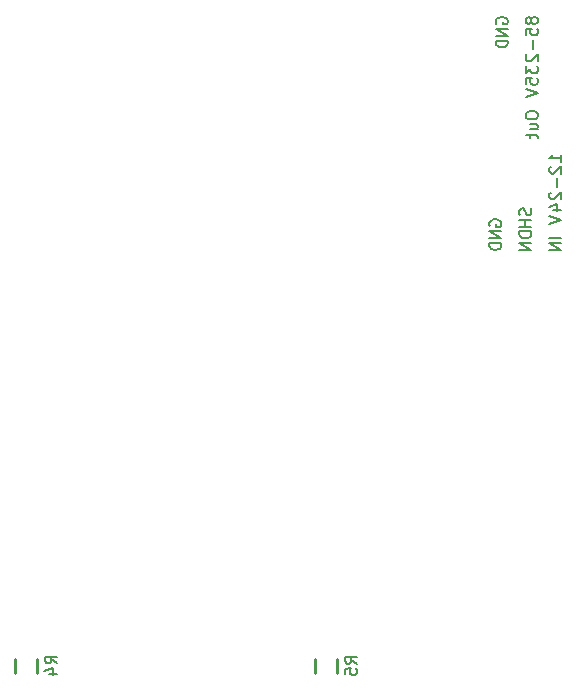
<source format=gbr>
G04 --- HEADER BEGIN --- *
%TF.GenerationSoftware,LibrePCB,LibrePCB,0.1.4-unstable*%
%TF.CreationDate,2020-02-26T00:12:38*%
%TF.ProjectId,Nixie Counter - default,cfaec193-39cb-4766-881d-db9368be8cff,v1.1*%
%TF.Part,Single*%
%FSLAX66Y66*%
%MOMM*%
G01*
G74*
G04 --- HEADER END --- *
G04 --- APERTURE LIST BEGIN --- *
%ADD10C,0.25*%
%ADD11C,0.2*%
%ADD12R,1.85X1.45*%
%ADD13C,3.2*%
%ADD14O,1.47X2.74*%
%ADD15R,1.47X2.74*%
%ADD16O,1.787X2.39*%
%ADD17R,1.787X2.39*%
%ADD18C,2.1*%
%ADD19O,4.2X3.2*%
%ADD20O,1.7X2.74*%
%ADD21C,5.0*%
G04 --- APERTURE LIST END --- *
G04 --- BOARD BEGIN --- *
D10*
X51090000Y8900000D02*
X51090000Y10150000D01*
X49240000Y8900000D02*
X49240000Y10150000D01*
D11*
X64038770Y46758192D02*
X63990992Y46852636D01*
X63990992Y46995970D01*
X64038770Y47139303D01*
X64134325Y47233747D01*
X64228770Y47281525D01*
X64419881Y47329303D01*
X64562103Y47329303D01*
X64753214Y47281525D01*
X64847659Y47233747D01*
X64943214Y47139303D01*
X64990992Y46995970D01*
X64990992Y46900414D01*
X64943214Y46758192D01*
X64895436Y46710414D01*
X64562103Y46710414D01*
X64562103Y46900414D01*
X64990992Y46310414D02*
X63990992Y46310414D01*
X64990992Y45739303D01*
X63990992Y45739303D01*
X64990992Y45339303D02*
X63990992Y45339303D01*
X63990992Y45101525D01*
X64038770Y44958192D01*
X64134325Y44862636D01*
X64228770Y44815970D01*
X64419881Y44768192D01*
X64562103Y44768192D01*
X64753214Y44815970D01*
X64847659Y44862636D01*
X64943214Y44958192D01*
X64990992Y45101525D01*
X64990992Y45339303D01*
X67483214Y48252636D02*
X67530992Y48109303D01*
X67530992Y47871525D01*
X67483214Y47775969D01*
X67435436Y47729303D01*
X67340992Y47681525D01*
X67245436Y47681525D01*
X67149881Y47729303D01*
X67102103Y47775969D01*
X67054325Y47871525D01*
X67007659Y48062636D01*
X66959881Y48157080D01*
X66912103Y48204858D01*
X66816548Y48252636D01*
X66720992Y48252636D01*
X66626548Y48204858D01*
X66578770Y48157080D01*
X66530992Y48062636D01*
X66530992Y47823747D01*
X66578770Y47681525D01*
X67530992Y47281525D02*
X66530992Y47281525D01*
X67007659Y47281525D02*
X67007659Y46710414D01*
X67530992Y46710414D02*
X66530992Y46710414D01*
X67530992Y46310414D02*
X66530992Y46310414D01*
X66530992Y46072636D01*
X66578770Y45929303D01*
X66674325Y45833747D01*
X66768770Y45787081D01*
X66959881Y45739303D01*
X67102103Y45739303D01*
X67293214Y45787081D01*
X67387659Y45833747D01*
X67483214Y45929303D01*
X67530992Y46072636D01*
X67530992Y46310414D01*
X67530992Y45339303D02*
X66530992Y45339303D01*
X67530992Y44768192D01*
X66530992Y44768192D01*
X70070992Y52224858D02*
X70070992Y52795969D01*
X70070992Y52510413D02*
X69070992Y52510413D01*
X69214325Y52605969D01*
X69308770Y52700413D01*
X69356548Y52795969D01*
X69166548Y51777080D02*
X69118770Y51729302D01*
X69070992Y51634858D01*
X69070992Y51395969D01*
X69118770Y51301525D01*
X69166548Y51253747D01*
X69260992Y51205969D01*
X69356548Y51205969D01*
X69499881Y51253747D01*
X70070992Y51824858D01*
X70070992Y51205969D01*
X69689881Y50805969D02*
X69689881Y50043747D01*
X69166548Y49595969D02*
X69118770Y49548191D01*
X69070992Y49453747D01*
X69070992Y49214858D01*
X69118770Y49120414D01*
X69166548Y49072636D01*
X69260992Y49024858D01*
X69356548Y49024858D01*
X69499881Y49072636D01*
X70070992Y49643747D01*
X70070992Y49024858D01*
X69404325Y48148191D02*
X70070992Y48148191D01*
X69023214Y48387080D02*
X69737659Y48624858D01*
X69737659Y48005969D01*
X69070992Y47605969D02*
X70070992Y47272636D01*
X69070992Y46939302D01*
X70070992Y45739303D02*
X69070992Y45739303D01*
X70070992Y45339303D02*
X69070992Y45339303D01*
X70070992Y44768192D01*
X69070992Y44768192D01*
X64588770Y63882081D02*
X64540992Y63976525D01*
X64540992Y64119859D01*
X64588770Y64263192D01*
X64684325Y64357636D01*
X64778770Y64405414D01*
X64969881Y64453192D01*
X65112103Y64453192D01*
X65303214Y64405414D01*
X65397659Y64357636D01*
X65493214Y64263192D01*
X65540992Y64119859D01*
X65540992Y64024303D01*
X65493214Y63882081D01*
X65445436Y63834303D01*
X65112103Y63834303D01*
X65112103Y64024303D01*
X65540992Y63434303D02*
X64540992Y63434303D01*
X65540992Y62863192D01*
X64540992Y62863192D01*
X65540992Y62463192D02*
X64540992Y62463192D01*
X64540992Y62225414D01*
X64588770Y62082081D01*
X64684325Y61986525D01*
X64778770Y61939859D01*
X64969881Y61892081D01*
X65112103Y61892081D01*
X65303214Y61939859D01*
X65397659Y61986525D01*
X65493214Y62082081D01*
X65540992Y62225414D01*
X65540992Y62463192D01*
X67509881Y64263192D02*
X67462103Y64357636D01*
X67414325Y64405414D01*
X67318770Y64453192D01*
X67270992Y64453192D01*
X67176548Y64405414D01*
X67128770Y64357636D01*
X67080992Y64263192D01*
X67080992Y64072081D01*
X67128770Y63976525D01*
X67176548Y63929859D01*
X67270992Y63882081D01*
X67318770Y63882081D01*
X67414325Y63929859D01*
X67462103Y63976525D01*
X67509881Y64072081D01*
X67509881Y64263192D01*
X67557659Y64357636D01*
X67604325Y64405414D01*
X67699881Y64453192D01*
X67890992Y64453192D01*
X67985436Y64405414D01*
X68033214Y64357636D01*
X68080992Y64263192D01*
X68080992Y64072081D01*
X68033214Y63976525D01*
X67985436Y63929859D01*
X67890992Y63882081D01*
X67699881Y63882081D01*
X67604325Y63929859D01*
X67557659Y63976525D01*
X67509881Y64072081D01*
X67080992Y62958748D02*
X67080992Y63434303D01*
X67557659Y63482081D01*
X67509881Y63434303D01*
X67462103Y63338748D01*
X67462103Y63100970D01*
X67509881Y63005414D01*
X67557659Y62958748D01*
X67652103Y62910970D01*
X67890992Y62910970D01*
X67985436Y62958748D01*
X68033214Y63005414D01*
X68080992Y63100970D01*
X68080992Y63338748D01*
X68033214Y63434303D01*
X67985436Y63482081D01*
X67699881Y62510970D02*
X67699881Y61748748D01*
X67176548Y61300970D02*
X67128770Y61253192D01*
X67080992Y61158748D01*
X67080992Y60919859D01*
X67128770Y60825415D01*
X67176548Y60777637D01*
X67270992Y60729859D01*
X67366548Y60729859D01*
X67509881Y60777637D01*
X68080992Y61348748D01*
X68080992Y60729859D01*
X67080992Y60329859D02*
X67080992Y59710970D01*
X67462103Y60044303D01*
X67462103Y59900970D01*
X67509881Y59806526D01*
X67557659Y59758748D01*
X67652103Y59710970D01*
X67890992Y59710970D01*
X67985436Y59758748D01*
X68033214Y59806526D01*
X68080992Y59900970D01*
X68080992Y60186526D01*
X68033214Y60282081D01*
X67985436Y60329859D01*
X67080992Y58787637D02*
X67080992Y59263192D01*
X67557659Y59310970D01*
X67509881Y59263192D01*
X67462103Y59167637D01*
X67462103Y58929859D01*
X67509881Y58834303D01*
X67557659Y58787637D01*
X67652103Y58739859D01*
X67890992Y58739859D01*
X67985436Y58787637D01*
X68033214Y58834303D01*
X68080992Y58929859D01*
X68080992Y59167637D01*
X68033214Y59263192D01*
X67985436Y59310970D01*
X67080992Y58339859D02*
X68080992Y58006526D01*
X67080992Y57673192D01*
X67080992Y56235415D02*
X67080992Y56044304D01*
X67128770Y55949860D01*
X67224325Y55854304D01*
X67414325Y55806526D01*
X67747659Y55806526D01*
X67937659Y55854304D01*
X68033214Y55949860D01*
X68080992Y56044304D01*
X68080992Y56235415D01*
X68033214Y56329860D01*
X67937659Y56425415D01*
X67747659Y56473193D01*
X67414325Y56473193D01*
X67224325Y56425415D01*
X67128770Y56329860D01*
X67080992Y56235415D01*
X67414325Y54977637D02*
X68080992Y54977637D01*
X67414325Y55406526D02*
X67937659Y55406526D01*
X68033214Y55358748D01*
X68080992Y55263193D01*
X68080992Y55120970D01*
X68033214Y55025415D01*
X67985436Y54977637D01*
X67414325Y54577637D02*
X67414325Y54196526D01*
X67080992Y54434304D02*
X67937659Y54434304D01*
X68033214Y54387637D01*
X68080992Y54292081D01*
X68080992Y54196526D01*
D10*
X25690000Y8900000D02*
X25690000Y10150000D01*
X23840000Y8900000D02*
X23840000Y10150000D01*
D11*
X52765000Y9725000D02*
X52288333Y10058333D01*
X52765000Y10296111D02*
X51765000Y10296111D01*
X51765000Y9915000D01*
X51812778Y9819444D01*
X51860556Y9772778D01*
X51955000Y9725000D01*
X52098333Y9725000D01*
X52193889Y9772778D01*
X52241667Y9819444D01*
X52288333Y9915000D01*
X52288333Y10296111D01*
X51765000Y8801667D02*
X51765000Y9277222D01*
X52241667Y9325000D01*
X52193889Y9277222D01*
X52146111Y9181667D01*
X52146111Y8943889D01*
X52193889Y8848333D01*
X52241667Y8801667D01*
X52336111Y8753889D01*
X52575000Y8753889D01*
X52669444Y8801667D01*
X52717222Y8848333D01*
X52765000Y8943889D01*
X52765000Y9181667D01*
X52717222Y9277222D01*
X52669444Y9325000D01*
X27365000Y9748889D02*
X26888333Y10082222D01*
X27365000Y10320000D02*
X26365000Y10320000D01*
X26365000Y9938889D01*
X26412778Y9843333D01*
X26460556Y9796667D01*
X26555000Y9748889D01*
X26698333Y9748889D01*
X26793889Y9796667D01*
X26841667Y9843333D01*
X26888333Y9938889D01*
X26888333Y10320000D01*
X26698333Y8872222D02*
X27365000Y8872222D01*
X26317222Y9111111D02*
X27031667Y9348889D01*
X27031667Y8730000D01*
%LPC*%
D12*
X50165000Y11050000D03*
X50165000Y8000000D03*
D13*
X19240000Y28320000D03*
X20990000Y20320000D03*
X19240000Y12320000D03*
X15240000Y29320000D03*
X20990000Y24820000D03*
X11240000Y28320000D03*
X9490000Y15820000D03*
X9490000Y20320000D03*
X11240000Y12320000D03*
X9490000Y24820000D03*
X15240000Y11320000D03*
X20990000Y15820000D03*
D14*
X36830000Y48384984D03*
X49530000Y40514984D03*
X34290000Y40514984D03*
D15*
X49530000Y48384984D03*
D14*
X34290000Y48384984D03*
X44450000Y48384984D03*
X46990000Y48384984D03*
X44450000Y40514984D03*
X31750000Y48384984D03*
X41910000Y40514984D03*
X46990000Y40514984D03*
X39370000Y48384984D03*
X39370000Y40514984D03*
X41910000Y48384984D03*
X36830000Y40514984D03*
X31750000Y40514984D03*
D16*
X56515760Y6985104D03*
X59055760Y9525104D03*
X64135760Y9525104D03*
X61595760Y9525104D03*
X64135760Y6985104D03*
X59055760Y6985104D03*
X61595760Y6985104D03*
D17*
X56515760Y9525104D03*
D18*
X15240000Y58420000D03*
X40640000Y58420000D03*
X50800000Y58420000D03*
X45720000Y58420000D03*
X30480000Y73660000D03*
X45720000Y73660000D03*
X27940000Y58420000D03*
X7620000Y58420000D03*
X17780000Y58420000D03*
X53340000Y73660000D03*
X27940000Y73660000D03*
X35560000Y58420000D03*
X5080000Y73660000D03*
X35560000Y73660000D03*
X43180000Y58420000D03*
X25400000Y73660000D03*
X5080000Y58420000D03*
X50800000Y73660000D03*
X30480000Y58420000D03*
X33020000Y73660000D03*
X17780000Y73660000D03*
X12700000Y58420000D03*
X20320000Y58420000D03*
X10160000Y73660000D03*
X38100000Y58420000D03*
X40640000Y73660000D03*
X53340000Y58420000D03*
X22860000Y58420000D03*
X25400000Y58420000D03*
X48260000Y73660000D03*
X43180000Y73660000D03*
X38100000Y73660000D03*
X10160000Y58420000D03*
X15240000Y73660000D03*
X20320000Y73660000D03*
X12700000Y73660000D03*
X33020000Y58420000D03*
X7620000Y73660000D03*
X22860000Y73660000D03*
X48260000Y58420000D03*
D13*
X44640000Y28320000D03*
X46390000Y20320000D03*
X44640000Y12320000D03*
X40640000Y29320000D03*
X46390000Y24820000D03*
X36640000Y28320000D03*
X34890000Y15820000D03*
X34890000Y20320000D03*
X36640000Y12320000D03*
X34890000Y24820000D03*
X40640000Y11320000D03*
X46390000Y15820000D03*
D14*
X11430000Y48384984D03*
X24130000Y40514984D03*
X8890000Y40514984D03*
D15*
X24130000Y48384984D03*
D14*
X8890000Y48384984D03*
X19050000Y48384984D03*
X21590000Y48384984D03*
X19050000Y40514984D03*
X6350000Y48384984D03*
X16510000Y40514984D03*
X21590000Y40514984D03*
X13970000Y48384984D03*
X13970000Y40514984D03*
X16510000Y48384984D03*
X11430000Y40514984D03*
X6350000Y40514984D03*
D19*
X76199936Y15620000D03*
X76199936Y25020000D03*
X76199936Y20320000D03*
D20*
X67030992Y42428192D03*
X69570992Y42428192D03*
X65040992Y66928192D03*
X67580992Y66928192D03*
X64490992Y42428192D03*
D12*
X24765000Y11050000D03*
X24765000Y8000000D03*
D21*
X92311168Y10160064D03*
X88811168Y14960064D03*
X85811168Y10160064D03*
G04 --- BOARD END --- *
%TF.MD5,a13e1b3f5cbdb2ac456772d6bd1496b1*%
M02*

</source>
